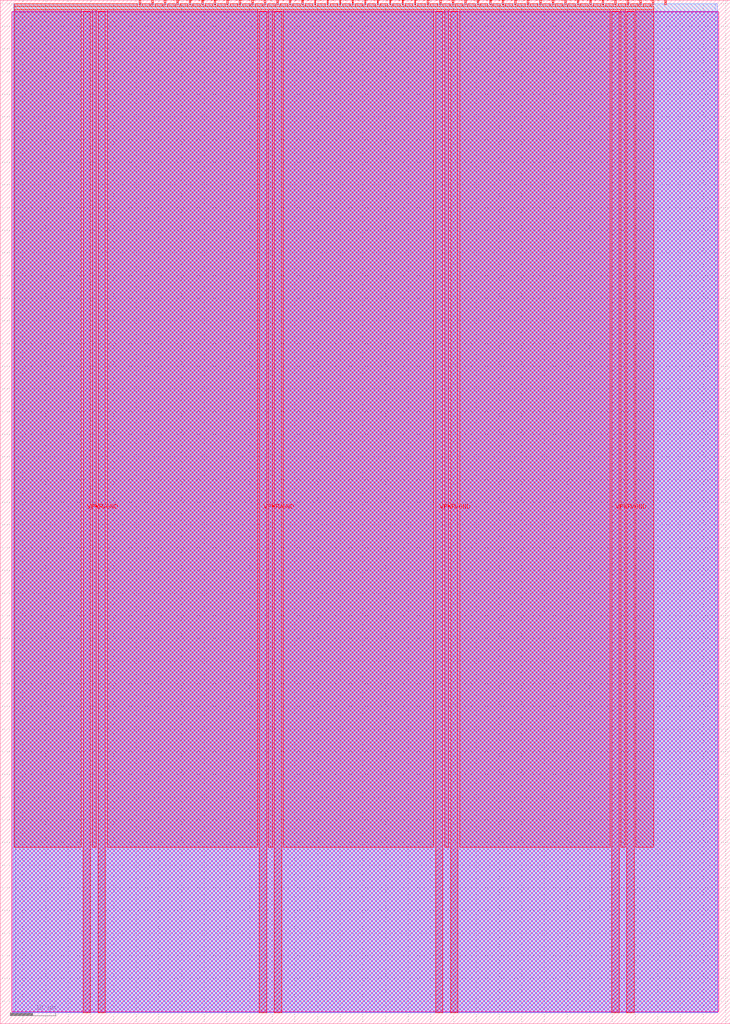
<source format=lef>
VERSION 5.7 ;
  NOWIREEXTENSIONATPIN ON ;
  DIVIDERCHAR "/" ;
  BUSBITCHARS "[]" ;
MACRO tt_um_zerotoasic_logo_screensaver
  CLASS BLOCK ;
  FOREIGN tt_um_zerotoasic_logo_screensaver ;
  ORIGIN 0.000 0.000 ;
  SIZE 161.000 BY 225.760 ;
  PIN VGND
    DIRECTION INOUT ;
    USE GROUND ;
    PORT
      LAYER met4 ;
        RECT 21.580 2.480 23.180 223.280 ;
    END
    PORT
      LAYER met4 ;
        RECT 60.450 2.480 62.050 223.280 ;
    END
    PORT
      LAYER met4 ;
        RECT 99.320 2.480 100.920 223.280 ;
    END
    PORT
      LAYER met4 ;
        RECT 138.190 2.480 139.790 223.280 ;
    END
  END VGND
  PIN VPWR
    DIRECTION INOUT ;
    USE POWER ;
    PORT
      LAYER met4 ;
        RECT 18.280 2.480 19.880 223.280 ;
    END
    PORT
      LAYER met4 ;
        RECT 57.150 2.480 58.750 223.280 ;
    END
    PORT
      LAYER met4 ;
        RECT 96.020 2.480 97.620 223.280 ;
    END
    PORT
      LAYER met4 ;
        RECT 134.890 2.480 136.490 223.280 ;
    END
  END VPWR
  PIN clk
    DIRECTION INPUT ;
    USE SIGNAL ;
    ANTENNAGATEAREA 0.852000 ;
    PORT
      LAYER met4 ;
        RECT 143.830 224.760 144.130 225.760 ;
    END
  END clk
  PIN ena
    DIRECTION INPUT ;
    USE SIGNAL ;
    PORT
      LAYER met4 ;
        RECT 146.590 224.760 146.890 225.760 ;
    END
  END ena
  PIN rst_n
    DIRECTION INPUT ;
    USE SIGNAL ;
    ANTENNAGATEAREA 0.196500 ;
    PORT
      LAYER met4 ;
        RECT 141.070 224.760 141.370 225.760 ;
    END
  END rst_n
  PIN ui_in[0]
    DIRECTION INPUT ;
    USE SIGNAL ;
    ANTENNAGATEAREA 0.196500 ;
    PORT
      LAYER met4 ;
        RECT 138.310 224.760 138.610 225.760 ;
    END
  END ui_in[0]
  PIN ui_in[1]
    DIRECTION INPUT ;
    USE SIGNAL ;
    ANTENNAGATEAREA 0.213000 ;
    PORT
      LAYER met4 ;
        RECT 135.550 224.760 135.850 225.760 ;
    END
  END ui_in[1]
  PIN ui_in[2]
    DIRECTION INPUT ;
    USE SIGNAL ;
    PORT
      LAYER met4 ;
        RECT 132.790 224.760 133.090 225.760 ;
    END
  END ui_in[2]
  PIN ui_in[3]
    DIRECTION INPUT ;
    USE SIGNAL ;
    PORT
      LAYER met4 ;
        RECT 130.030 224.760 130.330 225.760 ;
    END
  END ui_in[3]
  PIN ui_in[4]
    DIRECTION INPUT ;
    USE SIGNAL ;
    ANTENNAGATEAREA 0.196500 ;
    PORT
      LAYER met4 ;
        RECT 127.270 224.760 127.570 225.760 ;
    END
  END ui_in[4]
  PIN ui_in[5]
    DIRECTION INPUT ;
    USE SIGNAL ;
    ANTENNAGATEAREA 0.196500 ;
    PORT
      LAYER met4 ;
        RECT 124.510 224.760 124.810 225.760 ;
    END
  END ui_in[5]
  PIN ui_in[6]
    DIRECTION INPUT ;
    USE SIGNAL ;
    ANTENNAGATEAREA 0.196500 ;
    PORT
      LAYER met4 ;
        RECT 121.750 224.760 122.050 225.760 ;
    END
  END ui_in[6]
  PIN ui_in[7]
    DIRECTION INPUT ;
    USE SIGNAL ;
    PORT
      LAYER met4 ;
        RECT 118.990 224.760 119.290 225.760 ;
    END
  END ui_in[7]
  PIN uio_in[0]
    DIRECTION INPUT ;
    USE SIGNAL ;
    PORT
      LAYER met4 ;
        RECT 116.230 224.760 116.530 225.760 ;
    END
  END uio_in[0]
  PIN uio_in[1]
    DIRECTION INPUT ;
    USE SIGNAL ;
    PORT
      LAYER met4 ;
        RECT 113.470 224.760 113.770 225.760 ;
    END
  END uio_in[1]
  PIN uio_in[2]
    DIRECTION INPUT ;
    USE SIGNAL ;
    PORT
      LAYER met4 ;
        RECT 110.710 224.760 111.010 225.760 ;
    END
  END uio_in[2]
  PIN uio_in[3]
    DIRECTION INPUT ;
    USE SIGNAL ;
    PORT
      LAYER met4 ;
        RECT 107.950 224.760 108.250 225.760 ;
    END
  END uio_in[3]
  PIN uio_in[4]
    DIRECTION INPUT ;
    USE SIGNAL ;
    PORT
      LAYER met4 ;
        RECT 105.190 224.760 105.490 225.760 ;
    END
  END uio_in[4]
  PIN uio_in[5]
    DIRECTION INPUT ;
    USE SIGNAL ;
    PORT
      LAYER met4 ;
        RECT 102.430 224.760 102.730 225.760 ;
    END
  END uio_in[5]
  PIN uio_in[6]
    DIRECTION INPUT ;
    USE SIGNAL ;
    PORT
      LAYER met4 ;
        RECT 99.670 224.760 99.970 225.760 ;
    END
  END uio_in[6]
  PIN uio_in[7]
    DIRECTION INPUT ;
    USE SIGNAL ;
    PORT
      LAYER met4 ;
        RECT 96.910 224.760 97.210 225.760 ;
    END
  END uio_in[7]
  PIN uio_oe[0]
    DIRECTION OUTPUT ;
    USE SIGNAL ;
    PORT
      LAYER met4 ;
        RECT 49.990 224.760 50.290 225.760 ;
    END
  END uio_oe[0]
  PIN uio_oe[1]
    DIRECTION OUTPUT ;
    USE SIGNAL ;
    PORT
      LAYER met4 ;
        RECT 47.230 224.760 47.530 225.760 ;
    END
  END uio_oe[1]
  PIN uio_oe[2]
    DIRECTION OUTPUT ;
    USE SIGNAL ;
    PORT
      LAYER met4 ;
        RECT 44.470 224.760 44.770 225.760 ;
    END
  END uio_oe[2]
  PIN uio_oe[3]
    DIRECTION OUTPUT ;
    USE SIGNAL ;
    PORT
      LAYER met4 ;
        RECT 41.710 224.760 42.010 225.760 ;
    END
  END uio_oe[3]
  PIN uio_oe[4]
    DIRECTION OUTPUT ;
    USE SIGNAL ;
    PORT
      LAYER met4 ;
        RECT 38.950 224.760 39.250 225.760 ;
    END
  END uio_oe[4]
  PIN uio_oe[5]
    DIRECTION OUTPUT ;
    USE SIGNAL ;
    PORT
      LAYER met4 ;
        RECT 36.190 224.760 36.490 225.760 ;
    END
  END uio_oe[5]
  PIN uio_oe[6]
    DIRECTION OUTPUT ;
    USE SIGNAL ;
    PORT
      LAYER met4 ;
        RECT 33.430 224.760 33.730 225.760 ;
    END
  END uio_oe[6]
  PIN uio_oe[7]
    DIRECTION OUTPUT ;
    USE SIGNAL ;
    PORT
      LAYER met4 ;
        RECT 30.670 224.760 30.970 225.760 ;
    END
  END uio_oe[7]
  PIN uio_out[0]
    DIRECTION OUTPUT ;
    USE SIGNAL ;
    PORT
      LAYER met4 ;
        RECT 72.070 224.760 72.370 225.760 ;
    END
  END uio_out[0]
  PIN uio_out[1]
    DIRECTION OUTPUT ;
    USE SIGNAL ;
    PORT
      LAYER met4 ;
        RECT 69.310 224.760 69.610 225.760 ;
    END
  END uio_out[1]
  PIN uio_out[2]
    DIRECTION OUTPUT ;
    USE SIGNAL ;
    PORT
      LAYER met4 ;
        RECT 66.550 224.760 66.850 225.760 ;
    END
  END uio_out[2]
  PIN uio_out[3]
    DIRECTION OUTPUT ;
    USE SIGNAL ;
    PORT
      LAYER met4 ;
        RECT 63.790 224.760 64.090 225.760 ;
    END
  END uio_out[3]
  PIN uio_out[4]
    DIRECTION OUTPUT ;
    USE SIGNAL ;
    PORT
      LAYER met4 ;
        RECT 61.030 224.760 61.330 225.760 ;
    END
  END uio_out[4]
  PIN uio_out[5]
    DIRECTION OUTPUT ;
    USE SIGNAL ;
    PORT
      LAYER met4 ;
        RECT 58.270 224.760 58.570 225.760 ;
    END
  END uio_out[5]
  PIN uio_out[6]
    DIRECTION OUTPUT ;
    USE SIGNAL ;
    PORT
      LAYER met4 ;
        RECT 55.510 224.760 55.810 225.760 ;
    END
  END uio_out[6]
  PIN uio_out[7]
    DIRECTION OUTPUT ;
    USE SIGNAL ;
    PORT
      LAYER met4 ;
        RECT 52.750 224.760 53.050 225.760 ;
    END
  END uio_out[7]
  PIN uo_out[0]
    DIRECTION OUTPUT ;
    USE SIGNAL ;
    ANTENNADIFFAREA 0.445500 ;
    PORT
      LAYER met4 ;
        RECT 94.150 224.760 94.450 225.760 ;
    END
  END uo_out[0]
  PIN uo_out[1]
    DIRECTION OUTPUT ;
    USE SIGNAL ;
    ANTENNADIFFAREA 0.445500 ;
    PORT
      LAYER met4 ;
        RECT 91.390 224.760 91.690 225.760 ;
    END
  END uo_out[1]
  PIN uo_out[2]
    DIRECTION OUTPUT ;
    USE SIGNAL ;
    ANTENNADIFFAREA 0.445500 ;
    PORT
      LAYER met4 ;
        RECT 88.630 224.760 88.930 225.760 ;
    END
  END uo_out[2]
  PIN uo_out[3]
    DIRECTION OUTPUT ;
    USE SIGNAL ;
    ANTENNADIFFAREA 0.445500 ;
    PORT
      LAYER met4 ;
        RECT 85.870 224.760 86.170 225.760 ;
    END
  END uo_out[3]
  PIN uo_out[4]
    DIRECTION OUTPUT ;
    USE SIGNAL ;
    ANTENNADIFFAREA 0.445500 ;
    PORT
      LAYER met4 ;
        RECT 83.110 224.760 83.410 225.760 ;
    END
  END uo_out[4]
  PIN uo_out[5]
    DIRECTION OUTPUT ;
    USE SIGNAL ;
    ANTENNADIFFAREA 0.445500 ;
    PORT
      LAYER met4 ;
        RECT 80.350 224.760 80.650 225.760 ;
    END
  END uo_out[5]
  PIN uo_out[6]
    DIRECTION OUTPUT ;
    USE SIGNAL ;
    ANTENNADIFFAREA 0.445500 ;
    PORT
      LAYER met4 ;
        RECT 77.590 224.760 77.890 225.760 ;
    END
  END uo_out[6]
  PIN uo_out[7]
    DIRECTION OUTPUT ;
    USE SIGNAL ;
    ANTENNADIFFAREA 0.445500 ;
    PORT
      LAYER met4 ;
        RECT 74.830 224.760 75.130 225.760 ;
    END
  END uo_out[7]
  OBS
      LAYER nwell ;
        RECT 2.570 2.635 158.430 223.230 ;
      LAYER li1 ;
        RECT 2.760 2.635 158.240 223.125 ;
      LAYER met1 ;
        RECT 2.760 2.480 158.240 223.280 ;
      LAYER met2 ;
        RECT 3.310 2.535 158.140 224.925 ;
      LAYER met3 ;
        RECT 3.030 2.555 157.715 224.905 ;
      LAYER met4 ;
        RECT 3.055 224.360 30.270 224.905 ;
        RECT 31.370 224.360 33.030 224.905 ;
        RECT 34.130 224.360 35.790 224.905 ;
        RECT 36.890 224.360 38.550 224.905 ;
        RECT 39.650 224.360 41.310 224.905 ;
        RECT 42.410 224.360 44.070 224.905 ;
        RECT 45.170 224.360 46.830 224.905 ;
        RECT 47.930 224.360 49.590 224.905 ;
        RECT 50.690 224.360 52.350 224.905 ;
        RECT 53.450 224.360 55.110 224.905 ;
        RECT 56.210 224.360 57.870 224.905 ;
        RECT 58.970 224.360 60.630 224.905 ;
        RECT 61.730 224.360 63.390 224.905 ;
        RECT 64.490 224.360 66.150 224.905 ;
        RECT 67.250 224.360 68.910 224.905 ;
        RECT 70.010 224.360 71.670 224.905 ;
        RECT 72.770 224.360 74.430 224.905 ;
        RECT 75.530 224.360 77.190 224.905 ;
        RECT 78.290 224.360 79.950 224.905 ;
        RECT 81.050 224.360 82.710 224.905 ;
        RECT 83.810 224.360 85.470 224.905 ;
        RECT 86.570 224.360 88.230 224.905 ;
        RECT 89.330 224.360 90.990 224.905 ;
        RECT 92.090 224.360 93.750 224.905 ;
        RECT 94.850 224.360 96.510 224.905 ;
        RECT 97.610 224.360 99.270 224.905 ;
        RECT 100.370 224.360 102.030 224.905 ;
        RECT 103.130 224.360 104.790 224.905 ;
        RECT 105.890 224.360 107.550 224.905 ;
        RECT 108.650 224.360 110.310 224.905 ;
        RECT 111.410 224.360 113.070 224.905 ;
        RECT 114.170 224.360 115.830 224.905 ;
        RECT 116.930 224.360 118.590 224.905 ;
        RECT 119.690 224.360 121.350 224.905 ;
        RECT 122.450 224.360 124.110 224.905 ;
        RECT 125.210 224.360 126.870 224.905 ;
        RECT 127.970 224.360 129.630 224.905 ;
        RECT 130.730 224.360 132.390 224.905 ;
        RECT 133.490 224.360 135.150 224.905 ;
        RECT 136.250 224.360 137.910 224.905 ;
        RECT 139.010 224.360 140.670 224.905 ;
        RECT 141.770 224.360 143.430 224.905 ;
        RECT 3.055 223.680 144.145 224.360 ;
        RECT 3.055 38.935 17.880 223.680 ;
        RECT 20.280 38.935 21.180 223.680 ;
        RECT 23.580 38.935 56.750 223.680 ;
        RECT 59.150 38.935 60.050 223.680 ;
        RECT 62.450 38.935 95.620 223.680 ;
        RECT 98.020 38.935 98.920 223.680 ;
        RECT 101.320 38.935 134.490 223.680 ;
        RECT 136.890 38.935 137.790 223.680 ;
        RECT 140.190 38.935 144.145 223.680 ;
  END
END tt_um_zerotoasic_logo_screensaver
END LIBRARY


</source>
